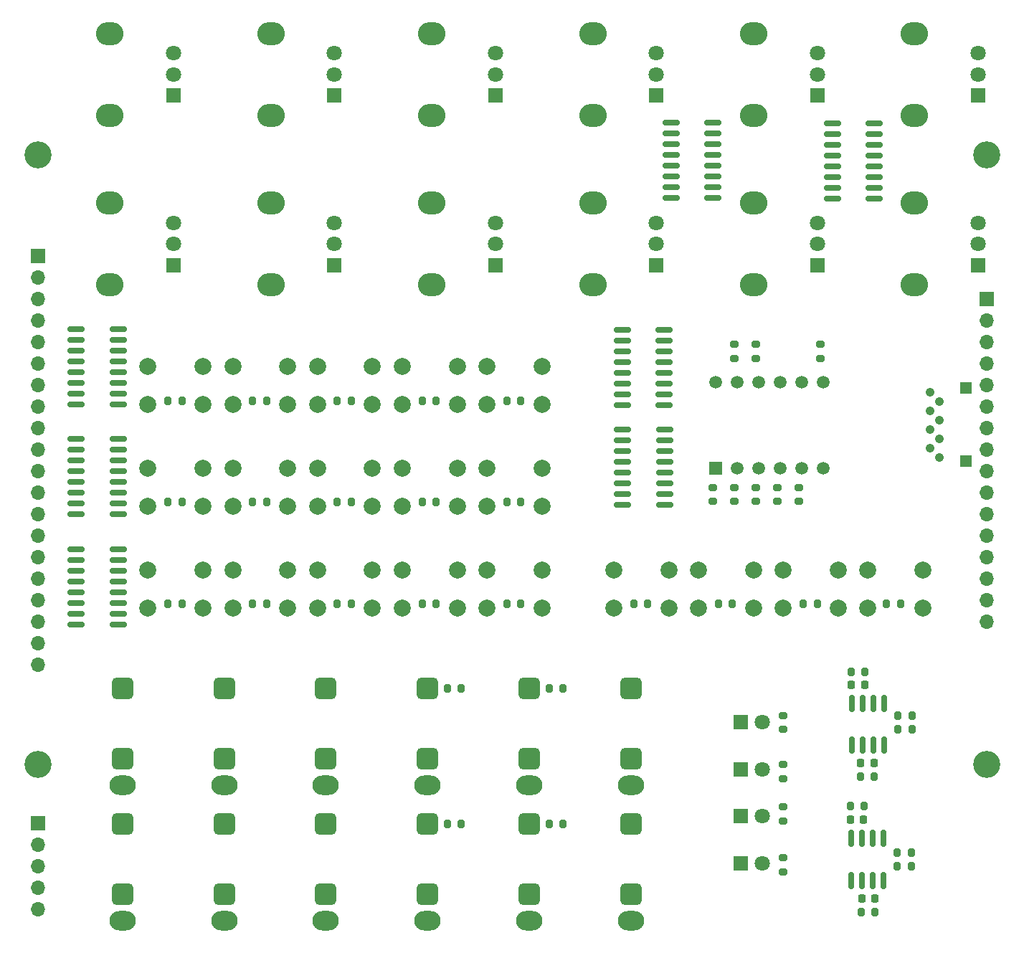
<source format=gbr>
%TF.GenerationSoftware,KiCad,Pcbnew,7.0.2*%
%TF.CreationDate,2024-07-09T14:04:18+01:00*%
%TF.ProjectId,dk2_03_top,646b325f-3033-45f7-946f-702e6b696361,rev?*%
%TF.SameCoordinates,Original*%
%TF.FileFunction,Soldermask,Bot*%
%TF.FilePolarity,Negative*%
%FSLAX46Y46*%
G04 Gerber Fmt 4.6, Leading zero omitted, Abs format (unit mm)*
G04 Created by KiCad (PCBNEW 7.0.2) date 2024-07-09 14:04:18*
%MOMM*%
%LPD*%
G01*
G04 APERTURE LIST*
G04 Aperture macros list*
%AMRoundRect*
0 Rectangle with rounded corners*
0 $1 Rounding radius*
0 $2 $3 $4 $5 $6 $7 $8 $9 X,Y pos of 4 corners*
0 Add a 4 corners polygon primitive as box body*
4,1,4,$2,$3,$4,$5,$6,$7,$8,$9,$2,$3,0*
0 Add four circle primitives for the rounded corners*
1,1,$1+$1,$2,$3*
1,1,$1+$1,$4,$5*
1,1,$1+$1,$6,$7*
1,1,$1+$1,$8,$9*
0 Add four rect primitives between the rounded corners*
20,1,$1+$1,$2,$3,$4,$5,0*
20,1,$1+$1,$4,$5,$6,$7,0*
20,1,$1+$1,$6,$7,$8,$9,0*
20,1,$1+$1,$8,$9,$2,$3,0*%
G04 Aperture macros list end*
%ADD10C,2.000000*%
%ADD11O,3.240000X2.720000*%
%ADD12R,1.800000X1.800000*%
%ADD13C,1.800000*%
%ADD14O,3.100000X2.300000*%
%ADD15RoundRect,0.650000X-0.650000X-0.650000X0.650000X-0.650000X0.650000X0.650000X-0.650000X0.650000X0*%
%ADD16C,3.200000*%
%ADD17R,1.500000X1.500000*%
%ADD18C,1.500000*%
%ADD19C,1.050000*%
%ADD20R,1.350000X1.350000*%
%ADD21RoundRect,0.200000X0.200000X0.275000X-0.200000X0.275000X-0.200000X-0.275000X0.200000X-0.275000X0*%
%ADD22RoundRect,0.200000X-0.275000X0.200000X-0.275000X-0.200000X0.275000X-0.200000X0.275000X0.200000X0*%
%ADD23RoundRect,0.200000X0.275000X-0.200000X0.275000X0.200000X-0.275000X0.200000X-0.275000X-0.200000X0*%
%ADD24R,1.700000X1.700000*%
%ADD25O,1.700000X1.700000*%
%ADD26RoundRect,0.150000X0.825000X0.150000X-0.825000X0.150000X-0.825000X-0.150000X0.825000X-0.150000X0*%
%ADD27RoundRect,0.200000X-0.200000X-0.275000X0.200000X-0.275000X0.200000X0.275000X-0.200000X0.275000X0*%
%ADD28RoundRect,0.225000X0.225000X0.250000X-0.225000X0.250000X-0.225000X-0.250000X0.225000X-0.250000X0*%
%ADD29RoundRect,0.150000X-0.150000X0.825000X-0.150000X-0.825000X0.150000X-0.825000X0.150000X0.825000X0*%
G04 APERTURE END LIST*
D10*
%TO.C,SW10*%
X127000000Y-93000000D03*
X133500000Y-93000000D03*
X127000000Y-97500000D03*
X133500000Y-97500000D03*
%TD*%
%TO.C,SW8*%
X107000000Y-93000000D03*
X113500000Y-93000000D03*
X107000000Y-97500000D03*
X113500000Y-97500000D03*
%TD*%
D11*
%TO.C,RV3*%
X120500000Y-51300000D03*
X120500000Y-41700000D03*
D12*
X128000000Y-49000000D03*
D13*
X128000000Y-46500000D03*
X128000000Y-44000000D03*
%TD*%
D14*
%TO.C,J2*%
X96000000Y-130400000D03*
D15*
X96000000Y-119000000D03*
X96000000Y-127300000D03*
%TD*%
D14*
%TO.C,J13*%
X132000000Y-130400000D03*
D15*
X132000000Y-119000000D03*
X132000000Y-127300000D03*
%TD*%
D11*
%TO.C,RV8*%
X139500000Y-71300000D03*
X139500000Y-61700000D03*
D12*
X147000000Y-69000000D03*
D13*
X147000000Y-66500000D03*
X147000000Y-64000000D03*
%TD*%
D14*
%TO.C,J12*%
X120000000Y-130400000D03*
D15*
X120000000Y-119000000D03*
X120000000Y-127300000D03*
%TD*%
D10*
%TO.C,SW19*%
X172000000Y-105000000D03*
X178500000Y-105000000D03*
X172000000Y-109500000D03*
X178500000Y-109500000D03*
%TD*%
D16*
%TO.C,H1*%
X74000000Y-56000000D03*
%TD*%
D14*
%TO.C,J11*%
X144000000Y-146400000D03*
D15*
X144000000Y-135000000D03*
X144000000Y-143300000D03*
%TD*%
D11*
%TO.C,RV4*%
X139500000Y-51300000D03*
X139500000Y-41700000D03*
D12*
X147000000Y-49000000D03*
D13*
X147000000Y-46500000D03*
X147000000Y-44000000D03*
%TD*%
D10*
%TO.C,SW3*%
X107000000Y-81000000D03*
X113500000Y-81000000D03*
X107000000Y-85500000D03*
X113500000Y-85500000D03*
%TD*%
D11*
%TO.C,RV1*%
X82500000Y-51300000D03*
X82500000Y-41700000D03*
D12*
X90000000Y-49000000D03*
D13*
X90000000Y-46500000D03*
X90000000Y-44000000D03*
%TD*%
D11*
%TO.C,RV10*%
X177500000Y-51300000D03*
X177500000Y-41700000D03*
D12*
X185000000Y-49000000D03*
D13*
X185000000Y-46500000D03*
X185000000Y-44000000D03*
%TD*%
D14*
%TO.C,J4*%
X84000000Y-130400000D03*
D15*
X84000000Y-119000000D03*
X84000000Y-127300000D03*
%TD*%
D10*
%TO.C,SW9*%
X117000000Y-93000000D03*
X123500000Y-93000000D03*
X117000000Y-97500000D03*
X123500000Y-97500000D03*
%TD*%
D14*
%TO.C,J14*%
X120000000Y-146400000D03*
D15*
X120000000Y-135000000D03*
X120000000Y-143300000D03*
%TD*%
D14*
%TO.C,J15*%
X132000000Y-146400000D03*
D15*
X132000000Y-135000000D03*
X132000000Y-143300000D03*
%TD*%
D10*
%TO.C,SW6*%
X87000000Y-93000000D03*
X93500000Y-93000000D03*
X87000000Y-97500000D03*
X93500000Y-97500000D03*
%TD*%
D11*
%TO.C,RV7*%
X120500000Y-71300000D03*
X120500000Y-61700000D03*
D12*
X128000000Y-69000000D03*
D13*
X128000000Y-66500000D03*
X128000000Y-64000000D03*
%TD*%
D10*
%TO.C,SW17*%
X152000000Y-105000000D03*
X158500000Y-105000000D03*
X152000000Y-109500000D03*
X158500000Y-109500000D03*
%TD*%
%TO.C,SW1*%
X87000000Y-81000000D03*
X93500000Y-81000000D03*
X87000000Y-85500000D03*
X93500000Y-85500000D03*
%TD*%
D17*
%TO.C,U3*%
X154000000Y-93000000D03*
D18*
X156540000Y-93000000D03*
X159080000Y-93000000D03*
X161620000Y-93000000D03*
X164160000Y-93000000D03*
X166700000Y-93000000D03*
X166700000Y-82840000D03*
X164160000Y-82840000D03*
X161620000Y-82840000D03*
X159080000Y-82840000D03*
X156540000Y-82840000D03*
X154000000Y-82840000D03*
%TD*%
D19*
%TO.C,J6*%
X180400000Y-91700000D03*
X179300000Y-90600000D03*
X180400000Y-89500000D03*
X179300000Y-88400000D03*
X180400000Y-87300000D03*
X179300000Y-86200000D03*
X180400000Y-85100000D03*
X179300000Y-84000000D03*
D20*
X183570000Y-92150000D03*
X183570000Y-83550000D03*
%TD*%
D12*
%TO.C,D3*%
X157000000Y-134100000D03*
D13*
X159540000Y-134100000D03*
%TD*%
D11*
%TO.C,RV11*%
X158500000Y-71300000D03*
X158500000Y-61700000D03*
D12*
X166000000Y-69000000D03*
D13*
X166000000Y-66500000D03*
X166000000Y-64000000D03*
%TD*%
D11*
%TO.C,RV9*%
X158500000Y-51300000D03*
X158500000Y-41700000D03*
D12*
X166000000Y-49000000D03*
D13*
X166000000Y-46500000D03*
X166000000Y-44000000D03*
%TD*%
D14*
%TO.C,J8*%
X96000000Y-146400000D03*
D15*
X96000000Y-135000000D03*
X96000000Y-143300000D03*
%TD*%
D10*
%TO.C,SW15*%
X127000000Y-105000000D03*
X133500000Y-105000000D03*
X127000000Y-109500000D03*
X133500000Y-109500000D03*
%TD*%
%TO.C,SW13*%
X107000000Y-105000000D03*
X113500000Y-105000000D03*
X107000000Y-109500000D03*
X113500000Y-109500000D03*
%TD*%
%TO.C,SW18*%
X162000000Y-105000000D03*
X168500000Y-105000000D03*
X162000000Y-109500000D03*
X168500000Y-109500000D03*
%TD*%
D16*
%TO.C,H2*%
X186000000Y-56000000D03*
%TD*%
D10*
%TO.C,SW11*%
X87000000Y-105000000D03*
X93500000Y-105000000D03*
X87000000Y-109500000D03*
X93500000Y-109500000D03*
%TD*%
%TO.C,SW2*%
X97000000Y-81000000D03*
X103500000Y-81000000D03*
X97000000Y-85500000D03*
X103500000Y-85500000D03*
%TD*%
%TO.C,SW7*%
X97000000Y-93000000D03*
X103500000Y-93000000D03*
X97000000Y-97500000D03*
X103500000Y-97500000D03*
%TD*%
D12*
%TO.C,D2*%
X157000000Y-128550000D03*
D13*
X159540000Y-128550000D03*
%TD*%
D12*
%TO.C,D1*%
X157000000Y-123000000D03*
D13*
X159540000Y-123000000D03*
%TD*%
D14*
%TO.C,J5*%
X144000000Y-130400000D03*
D15*
X144000000Y-119000000D03*
X144000000Y-127300000D03*
%TD*%
D10*
%TO.C,SW12*%
X97000000Y-105000000D03*
X103500000Y-105000000D03*
X97000000Y-109500000D03*
X103500000Y-109500000D03*
%TD*%
D16*
%TO.C,H3*%
X74000000Y-128000000D03*
%TD*%
D12*
%TO.C,D4*%
X157000000Y-139650000D03*
D13*
X159540000Y-139650000D03*
%TD*%
D10*
%TO.C,SW4*%
X117000000Y-81000000D03*
X123500000Y-81000000D03*
X117000000Y-85500000D03*
X123500000Y-85500000D03*
%TD*%
D11*
%TO.C,RV12*%
X177500000Y-71300000D03*
X177500000Y-61700000D03*
D12*
X185000000Y-69000000D03*
D13*
X185000000Y-66500000D03*
X185000000Y-64000000D03*
%TD*%
D16*
%TO.C,H4*%
X186000000Y-128000000D03*
%TD*%
D14*
%TO.C,J9*%
X108000000Y-146400000D03*
D15*
X108000000Y-135000000D03*
X108000000Y-143300000D03*
%TD*%
D11*
%TO.C,RV6*%
X101500000Y-71300000D03*
X101500000Y-61700000D03*
D12*
X109000000Y-69000000D03*
D13*
X109000000Y-66500000D03*
X109000000Y-64000000D03*
%TD*%
D14*
%TO.C,J3*%
X108000000Y-130400000D03*
D15*
X108000000Y-119000000D03*
X108000000Y-127300000D03*
%TD*%
D11*
%TO.C,RV5*%
X82500000Y-71300000D03*
X82500000Y-61700000D03*
D12*
X90000000Y-69000000D03*
D13*
X90000000Y-66500000D03*
X90000000Y-64000000D03*
%TD*%
D10*
%TO.C,SW5*%
X127000000Y-81000000D03*
X133500000Y-81000000D03*
X127000000Y-85500000D03*
X133500000Y-85500000D03*
%TD*%
D11*
%TO.C,RV2*%
X101500000Y-51300000D03*
X101500000Y-41700000D03*
D12*
X109000000Y-49000000D03*
D13*
X109000000Y-46500000D03*
X109000000Y-44000000D03*
%TD*%
D10*
%TO.C,SW16*%
X142000000Y-105000000D03*
X148500000Y-105000000D03*
X142000000Y-109500000D03*
X148500000Y-109500000D03*
%TD*%
D14*
%TO.C,J10*%
X84000000Y-146400000D03*
D15*
X84000000Y-135000000D03*
X84000000Y-143300000D03*
%TD*%
D10*
%TO.C,SW14*%
X117000000Y-105000000D03*
X123500000Y-105000000D03*
X117000000Y-109500000D03*
X123500000Y-109500000D03*
%TD*%
D21*
%TO.C,R23*%
X91000000Y-109000000D03*
X89350000Y-109000000D03*
%TD*%
%TO.C,R27*%
X131000000Y-109000000D03*
X129350000Y-109000000D03*
%TD*%
%TO.C,R29*%
X177100000Y-138400000D03*
X175450000Y-138400000D03*
%TD*%
D22*
%TO.C,R1*%
X162000000Y-122175000D03*
X162000000Y-123825000D03*
%TD*%
D21*
%TO.C,R22*%
X131000000Y-97000000D03*
X129350000Y-97000000D03*
%TD*%
%TO.C,R17*%
X131000000Y-85000000D03*
X129350000Y-85000000D03*
%TD*%
%TO.C,R18*%
X91000000Y-97000000D03*
X89350000Y-97000000D03*
%TD*%
%TO.C,R41*%
X156000000Y-109000000D03*
X154350000Y-109000000D03*
%TD*%
D22*
%TO.C,R11*%
X156210000Y-95250000D03*
X156210000Y-96900000D03*
%TD*%
D21*
%TO.C,R35*%
X177200000Y-122200000D03*
X175550000Y-122200000D03*
%TD*%
D23*
%TO.C,R9*%
X166370000Y-80010000D03*
X166370000Y-78360000D03*
%TD*%
D22*
%TO.C,R5*%
X153670000Y-95250000D03*
X153670000Y-96900000D03*
%TD*%
D21*
%TO.C,R26*%
X121000000Y-109000000D03*
X119350000Y-109000000D03*
%TD*%
%TO.C,R42*%
X166000000Y-109000000D03*
X164350000Y-109000000D03*
%TD*%
D24*
%TO.C,J7*%
X186000000Y-73000000D03*
D25*
X186000000Y-75540000D03*
X186000000Y-78080000D03*
X186000000Y-80620000D03*
X186000000Y-83160000D03*
X186000000Y-85700000D03*
X186000000Y-88240000D03*
X186000000Y-90780000D03*
X186000000Y-93320000D03*
X186000000Y-95860000D03*
X186000000Y-98400000D03*
X186000000Y-100940000D03*
X186000000Y-103480000D03*
X186000000Y-106020000D03*
X186000000Y-108560000D03*
X186000000Y-111100000D03*
%TD*%
D26*
%TO.C,U6*%
X153700000Y-52210000D03*
X153700000Y-53480000D03*
X153700000Y-54750000D03*
X153700000Y-56020000D03*
X153700000Y-57290000D03*
X153700000Y-58560000D03*
X153700000Y-59830000D03*
X153700000Y-61100000D03*
X148750000Y-61100000D03*
X148750000Y-59830000D03*
X148750000Y-58560000D03*
X148750000Y-57290000D03*
X148750000Y-56020000D03*
X148750000Y-54750000D03*
X148750000Y-53480000D03*
X148750000Y-52210000D03*
%TD*%
D21*
%TO.C,R14*%
X101000000Y-85000000D03*
X99350000Y-85000000D03*
%TD*%
D23*
%TO.C,R8*%
X156210000Y-80010000D03*
X156210000Y-78360000D03*
%TD*%
D26*
%TO.C,U1*%
X147950000Y-76650000D03*
X147950000Y-77920000D03*
X147950000Y-79190000D03*
X147950000Y-80460000D03*
X147950000Y-81730000D03*
X147950000Y-83000000D03*
X147950000Y-84270000D03*
X147950000Y-85540000D03*
X143000000Y-85540000D03*
X143000000Y-84270000D03*
X143000000Y-83000000D03*
X143000000Y-81730000D03*
X143000000Y-80460000D03*
X143000000Y-79190000D03*
X143000000Y-77920000D03*
X143000000Y-76650000D03*
%TD*%
D27*
%TO.C,R30*%
X122350000Y-119000000D03*
X124000000Y-119000000D03*
%TD*%
D21*
%TO.C,R15*%
X111000000Y-85000000D03*
X109350000Y-85000000D03*
%TD*%
D27*
%TO.C,R36*%
X122350000Y-135000000D03*
X124000000Y-135000000D03*
%TD*%
D21*
%TO.C,R21*%
X121000000Y-97000000D03*
X119350000Y-97000000D03*
%TD*%
%TO.C,R20*%
X111000000Y-97000000D03*
X109350000Y-97000000D03*
%TD*%
D22*
%TO.C,R10*%
X161290000Y-95250000D03*
X161290000Y-96900000D03*
%TD*%
D21*
%TO.C,R13*%
X91000000Y-85000000D03*
X89350000Y-85000000D03*
%TD*%
D22*
%TO.C,R4*%
X162000000Y-139000000D03*
X162000000Y-140650000D03*
%TD*%
D24*
%TO.C,J16*%
X74000000Y-134920000D03*
D25*
X74000000Y-137460000D03*
X74000000Y-140000000D03*
X74000000Y-142540000D03*
X74000000Y-145080000D03*
%TD*%
D22*
%TO.C,R7*%
X158750000Y-95250000D03*
X158750000Y-96900000D03*
%TD*%
D28*
%TO.C,C4*%
X172700000Y-127800000D03*
X171150000Y-127800000D03*
%TD*%
D21*
%TO.C,R16*%
X121000000Y-85000000D03*
X119350000Y-85000000D03*
%TD*%
D22*
%TO.C,R6*%
X163830000Y-95250000D03*
X163830000Y-96900000D03*
%TD*%
D26*
%TO.C,U2*%
X148000000Y-88460000D03*
X148000000Y-89730000D03*
X148000000Y-91000000D03*
X148000000Y-92270000D03*
X148000000Y-93540000D03*
X148000000Y-94810000D03*
X148000000Y-96080000D03*
X148000000Y-97350000D03*
X143050000Y-97350000D03*
X143050000Y-96080000D03*
X143050000Y-94810000D03*
X143050000Y-93540000D03*
X143050000Y-92270000D03*
X143050000Y-91000000D03*
X143050000Y-89730000D03*
X143050000Y-88460000D03*
%TD*%
%TO.C,U9*%
X172750000Y-52230000D03*
X172750000Y-53500000D03*
X172750000Y-54770000D03*
X172750000Y-56040000D03*
X172750000Y-57310000D03*
X172750000Y-58580000D03*
X172750000Y-59850000D03*
X172750000Y-61120000D03*
X167800000Y-61120000D03*
X167800000Y-59850000D03*
X167800000Y-58580000D03*
X167800000Y-57310000D03*
X167800000Y-56040000D03*
X167800000Y-54770000D03*
X167800000Y-53500000D03*
X167800000Y-52230000D03*
%TD*%
D28*
%TO.C,C2*%
X172800000Y-143800000D03*
X171250000Y-143800000D03*
%TD*%
D22*
%TO.C,R2*%
X162000000Y-128000000D03*
X162000000Y-129650000D03*
%TD*%
D23*
%TO.C,R12*%
X158750000Y-80010000D03*
X158750000Y-78360000D03*
%TD*%
D26*
%TO.C,U5*%
X83475000Y-89555000D03*
X83475000Y-90825000D03*
X83475000Y-92095000D03*
X83475000Y-93365000D03*
X83475000Y-94635000D03*
X83475000Y-95905000D03*
X83475000Y-97175000D03*
X83475000Y-98445000D03*
X78525000Y-98445000D03*
X78525000Y-97175000D03*
X78525000Y-95905000D03*
X78525000Y-94635000D03*
X78525000Y-93365000D03*
X78525000Y-92095000D03*
X78525000Y-90825000D03*
X78525000Y-89555000D03*
%TD*%
D24*
%TO.C,J1*%
X74000000Y-67920000D03*
D25*
X74000000Y-70460000D03*
X74000000Y-73000000D03*
X74000000Y-75540000D03*
X74000000Y-78080000D03*
X74000000Y-80620000D03*
X74000000Y-83160000D03*
X74000000Y-85700000D03*
X74000000Y-88240000D03*
X74000000Y-90780000D03*
X74000000Y-93320000D03*
X74000000Y-95860000D03*
X74000000Y-98400000D03*
X74000000Y-100940000D03*
X74000000Y-103480000D03*
X74000000Y-106020000D03*
X74000000Y-108560000D03*
X74000000Y-111100000D03*
X74000000Y-113640000D03*
X74000000Y-116180000D03*
%TD*%
D28*
%TO.C,C1*%
X171500000Y-134500000D03*
X169950000Y-134500000D03*
%TD*%
D21*
%TO.C,R28*%
X146000000Y-109000000D03*
X144350000Y-109000000D03*
%TD*%
%TO.C,R34*%
X172850000Y-145400000D03*
X171200000Y-145400000D03*
%TD*%
%TO.C,R33*%
X171550000Y-132900000D03*
X169900000Y-132900000D03*
%TD*%
D26*
%TO.C,U10*%
X83475000Y-102555000D03*
X83475000Y-103825000D03*
X83475000Y-105095000D03*
X83475000Y-106365000D03*
X83475000Y-107635000D03*
X83475000Y-108905000D03*
X83475000Y-110175000D03*
X83475000Y-111445000D03*
X78525000Y-111445000D03*
X78525000Y-110175000D03*
X78525000Y-108905000D03*
X78525000Y-107635000D03*
X78525000Y-106365000D03*
X78525000Y-105095000D03*
X78525000Y-103825000D03*
X78525000Y-102555000D03*
%TD*%
D29*
%TO.C,U7*%
X170045000Y-136725000D03*
X171315000Y-136725000D03*
X172585000Y-136725000D03*
X173855000Y-136725000D03*
X173855000Y-141675000D03*
X172585000Y-141675000D03*
X171315000Y-141675000D03*
X170045000Y-141675000D03*
%TD*%
D28*
%TO.C,C3*%
X171600000Y-118600000D03*
X170050000Y-118600000D03*
%TD*%
D21*
%TO.C,R25*%
X111000000Y-109000000D03*
X109350000Y-109000000D03*
%TD*%
D29*
%TO.C,U8*%
X170080000Y-120725000D03*
X171350000Y-120725000D03*
X172620000Y-120725000D03*
X173890000Y-120725000D03*
X173890000Y-125675000D03*
X172620000Y-125675000D03*
X171350000Y-125675000D03*
X170080000Y-125675000D03*
%TD*%
D21*
%TO.C,R31*%
X177100000Y-140000000D03*
X175450000Y-140000000D03*
%TD*%
%TO.C,R39*%
X171650000Y-117000000D03*
X170000000Y-117000000D03*
%TD*%
D27*
%TO.C,R32*%
X134350000Y-119000000D03*
X136000000Y-119000000D03*
%TD*%
D21*
%TO.C,R43*%
X175825000Y-109000000D03*
X174175000Y-109000000D03*
%TD*%
D22*
%TO.C,R3*%
X162000000Y-133000000D03*
X162000000Y-134650000D03*
%TD*%
D21*
%TO.C,R37*%
X177200000Y-123800000D03*
X175550000Y-123800000D03*
%TD*%
D27*
%TO.C,R38*%
X134350000Y-135000000D03*
X136000000Y-135000000D03*
%TD*%
D21*
%TO.C,R40*%
X172750000Y-129400000D03*
X171100000Y-129400000D03*
%TD*%
%TO.C,R19*%
X101000000Y-97000000D03*
X99350000Y-97000000D03*
%TD*%
%TO.C,R24*%
X101000000Y-109000000D03*
X99350000Y-109000000D03*
%TD*%
D26*
%TO.C,U4*%
X83475000Y-76555000D03*
X83475000Y-77825000D03*
X83475000Y-79095000D03*
X83475000Y-80365000D03*
X83475000Y-81635000D03*
X83475000Y-82905000D03*
X83475000Y-84175000D03*
X83475000Y-85445000D03*
X78525000Y-85445000D03*
X78525000Y-84175000D03*
X78525000Y-82905000D03*
X78525000Y-81635000D03*
X78525000Y-80365000D03*
X78525000Y-79095000D03*
X78525000Y-77825000D03*
X78525000Y-76555000D03*
%TD*%
M02*

</source>
